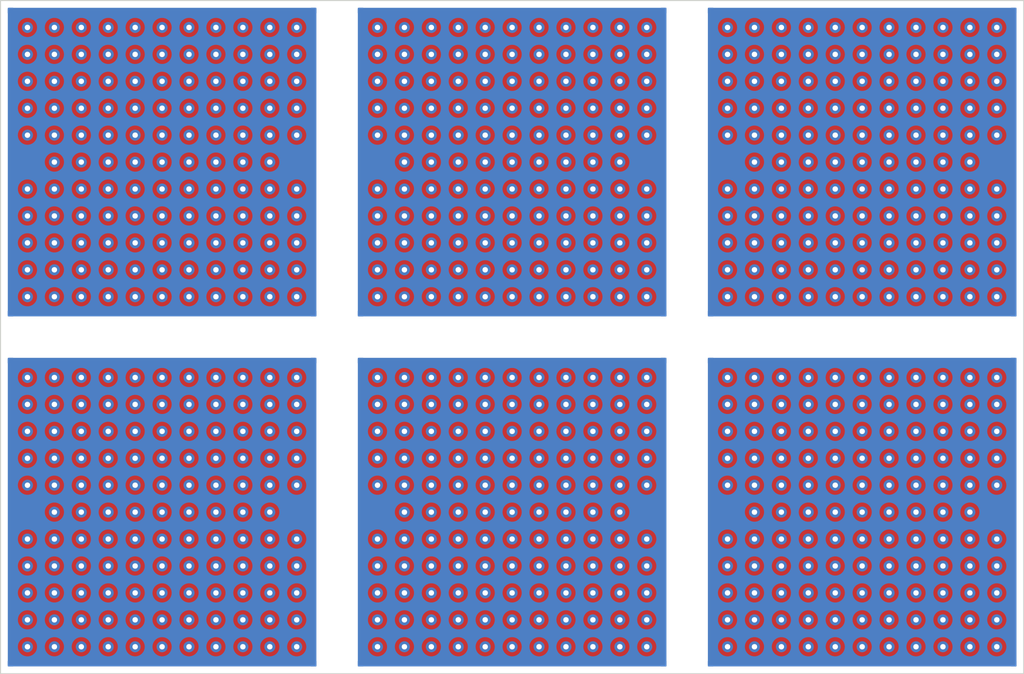
<source format=kicad_pcb>
(kicad_pcb (version 20221018) (generator pcbnew)
  (layers (0 "F.Cu" signal) (31 "B.Cu" signal) (34 "B.Paste" user) (35 "F.Paste" user) (36 "B.SilkS" user "B.Silkscreen") (37 "F.SilkS" user "F.Silkscreen") (38 "B.Mask" user) (39 "F.Mask" user) (44 "Edge.Cuts" user))
  (net 0 "")
  (net 1 "GND1")
  (net 121 "GND2")
  (net 241 "GND3")
  (net 361 "GND4")
  (net 481 "GND5")
  (net 601 "GND6")
  (footprint "RF_ProtoBoard:RF_ProtoBoard_Module" (layer "F.Cu") (at 33.02 33.02)
    (fp_text reference "A1" hide)
    (fp_text value " " hide)
  )
  (footprint "RF_ProtoBoard:RF_ProtoBoard_Module" (layer "F.Cu") (at 99.06 66.04)
    (fp_text reference "A6" hide)
    (fp_text value " " hide)
  )
  (footprint "RF_ProtoBoard:RF_ProtoBoard_Module" (layer "F.Cu") (at 66.04 66.04)
    (fp_text reference "A5" hide)
    (fp_text value " " hide)
  )
  (footprint "RF_ProtoBoard:RF_ProtoBoard_Module" (layer "F.Cu") (at 33.02 66.04)
    (fp_text reference "A4" hide)
    (fp_text value " " hide)
  )
  (footprint "RF_ProtoBoard:RF_ProtoBoard_Module" (layer "F.Cu") (at 66.04 33.02)
    (fp_text reference "A2" hide)
    (fp_text value " " hide)
  )
  (footprint "RF_ProtoBoard:RF_ProtoBoard_Module" (layer "F.Cu") (at 99.06 33.02)
    (fp_text reference "A3" hide)
    (fp_text value " " hide)
  )
  (gr_rect (start 17.78 17.78) (end 114.3 81.28) (stroke (width 0.1)) (fill none) (layer "Edge.Cuts"))
  (zone (net 601) (net_name "GND6") (layer "B.Cu") (priority 5) (connect_pads (clearance 0)) (min_thickness 0.25) (fill yes (thermal_gap 0.5) (thermal_bridge_width 0.5))
    (polygon (pts (xy 84.5058 51.4858) (xy 84.5058 80.5942) (xy 113.6142 80.5942) (xy 113.6142 51.4858)))
  )
  (zone (net 121) (net_name "GND2") (layer "B.Cu") (priority 1) (connect_pads (clearance 0)) (min_thickness 0.25) (fill yes (thermal_gap 0.5) (thermal_bridge_width 0.5))
    (polygon (pts (xy 51.4858 18.4658) (xy 51.4858 47.5742) (xy 80.5942 47.5742) (xy 80.5942 18.4658)))
  )
  (zone (net 241) (net_name "GND3") (layer "B.Cu") (priority 2) (connect_pads (clearance 0)) (min_thickness 0.25) (fill yes (thermal_gap 0.5) (thermal_bridge_width 0.5))
    (polygon (pts (xy 84.5058 18.4658) (xy 84.5058 47.5742) (xy 113.6142 47.5742) (xy 113.6142 18.4658)))
  )
  (zone (net 481) (net_name "GND5") (layer "B.Cu") (priority 4) (connect_pads (clearance 0)) (min_thickness 0.25) (fill yes (thermal_gap 0.5) (thermal_bridge_width 0.5))
    (polygon (pts (xy 51.4858 51.4858) (xy 51.4858 80.5942) (xy 80.5942 80.5942) (xy 80.5942 51.4858)))
  )
  (zone (net 1) (net_name "GND1") (layer "B.Cu") (connect_pads (clearance 0)) (min_thickness 0.25) (fill yes (thermal_gap 0.5) (thermal_bridge_width 0.5))
    (polygon (pts (xy 18.4658 18.4658) (xy 18.4658 47.5742) (xy 47.5742 47.5742) (xy 47.5742 18.4658)))
  )
  (zone (net 361) (net_name "GND4") (layer "B.Cu") (priority 3) (connect_pads (clearance 0)) (min_thickness 0.25) (fill yes (thermal_gap 0.5) (thermal_bridge_width 0.5))
    (polygon (pts (xy 18.4658 51.4858) (xy 18.4658 80.5942) (xy 47.5742 80.5942) (xy 47.5742 51.4858)))
  )
)
</source>
